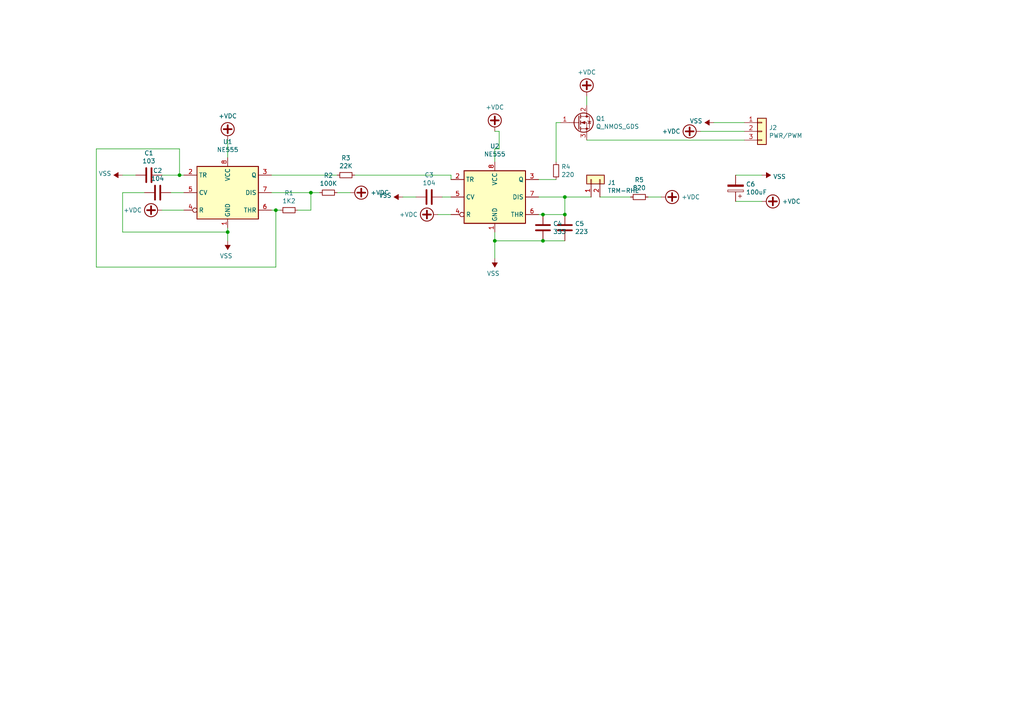
<source format=kicad_sch>
(kicad_sch (version 20211123) (generator eeschema)
  (paper "A4")
  (lib_symbols
    (symbol "Connector_Generic:Conn_01x02" (pin_names (offset 1.016) hide)
      (property "Reference" "J" (at 0 2.54 0))
      (property "Value" "Conn_01x02" (at 0 -5.08 0))
      (symbol "Conn_01x02_1_1"
        (rectangle (start -1.27 -2.413) (end 0 -2.667) (stroke (width 0.1524)))
        (rectangle (start -1.27 0.127) (end 0 -0.127) (stroke (width 0.1524)))
        (rectangle (start -1.27 1.27) (end 1.27 -3.81) (stroke (width 0.254)) (fill (type background)))
        (pin passive line (at -5.08 0 0) (length 3.81) (name "Pin_1") (number "1"))
        (pin passive line (at -5.08 -2.54 0) (length 3.81) (name "Pin_2") (number "2"))
      )
    )
    (symbol "Connector_Generic:Conn_01x03" (pin_names (offset 1.016) hide)
      (property "Reference" "J" (at 0 5.08 0))
      (property "Value" "Conn_01x03" (at 0 -5.08 0))
      (symbol "Conn_01x03_1_1"
        (rectangle (start -1.27 -2.413) (end 0 -2.667) (stroke (width 0.1524)))
        (rectangle (start -1.27 0.127) (end 0 -0.127) (stroke (width 0.1524)))
        (rectangle (start -1.27 2.667) (end 0 2.413) (stroke (width 0.1524)))
        (rectangle (start -1.27 3.81) (end 1.27 -3.81) (stroke (width 0.254)) (fill (type background)))
        (pin passive line (at -5.08 2.54 0) (length 3.81) (name "Pin_1") (number "1"))
        (pin passive line (at -5.08 0 0) (length 3.81) (name "Pin_2") (number "2"))
        (pin passive line (at -5.08 -2.54 0) (length 3.81) (name "Pin_3") (number "3"))
      )
    )
    (symbol "Device:C" (pin_numbers hide) (pin_names (offset 0.254))
      (property "Reference" "C" (at 0.635 2.54 0))
      (property "Value" "C" (at 0.635 -2.54 0))
      (symbol "C_0_1"
        (polyline (pts (xy -2.032 -0.762) (xy 2.032 -0.762)) (stroke (width 0.508)))
        (polyline (pts (xy -2.032 0.762) (xy 2.032 0.762)) (stroke (width 0.508)))
      )
      (symbol "C_1_1"
        (pin passive line (at 0 3.81 270) (length 2.794) (name "~") (number "1"))
        (pin passive line (at 0 -3.81 90) (length 2.794) (name "~") (number "2"))
      )
    )
    (symbol "Device:CP" (pin_numbers hide) (pin_names (offset 0.254))
      (property "Reference" "C" (at 0.635 2.54 0))
      (property "Value" "Device_CP" (at 0.635 -2.54 0))
      (symbol "CP_0_1"
        (rectangle (start -2.286 0.508) (end 2.286 1.016))
        (polyline (pts (xy -1.778 2.286) (xy -0.762 2.286)))
        (polyline (pts (xy -1.27 2.794) (xy -1.27 1.778)))
        (rectangle (start 2.286 -0.508) (end -2.286 -1.016) (fill (type outline)))
      )
      (symbol "CP_1_1"
        (pin passive line (at 0 3.81 270) (length 2.794) (name "~") (number "1"))
        (pin passive line (at 0 -3.81 90) (length 2.794) (name "~") (number "2"))
      )
    )
    (symbol "Device:Q_NMOS_GDS" (pin_names (offset 0) hide)
      (property "Reference" "Q" (at 5.08 1.27 0))
      (property "Value" "Q_NMOS_GDS" (at 5.08 -1.27 0))
      (symbol "Q_NMOS_GDS_0_1"
        (polyline (pts (xy 0.254 0) (xy -2.54 0)))
        (polyline (pts (xy 0.254 1.905) (xy 0.254 -1.905)) (stroke (width 0.254)))
        (polyline (pts (xy 0.762 -1.27) (xy 0.762 -2.286)) (stroke (width 0.254)))
        (polyline (pts (xy 0.762 0.508) (xy 0.762 -0.508)) (stroke (width 0.254)))
        (polyline (pts (xy 0.762 2.286) (xy 0.762 1.27)) (stroke (width 0.254)))
        (polyline (pts (xy 2.54 2.54) (xy 2.54 1.778)))
        (polyline (pts (xy 2.54 -2.54) (xy 2.54 0) (xy 0.762 0)))
        (polyline (pts (xy 0.762 -1.778) (xy 3.302 -1.778) (xy 3.302 1.778) (xy 0.762 1.778)))
        (polyline (pts (xy 1.016 0) (xy 2.032 0.381) (xy 2.032 -0.381) (xy 1.016 0)) (fill (type outline)))
        (polyline (pts (xy 2.794 0.508) (xy 2.921 0.381) (xy 3.683 0.381) (xy 3.81 0.254)))
        (polyline (pts (xy 3.302 0.381) (xy 2.921 -0.254) (xy 3.683 -0.254) (xy 3.302 0.381)))
        (circle (center 1.651 0) (radius 2.794) (stroke (width 0.254)))
        (circle (center 2.54 -1.778) (radius 0.254) (fill (type outline)))
        (circle (center 2.54 1.778) (radius 0.254) (fill (type outline)))
      )
      (symbol "Q_NMOS_GDS_1_1"
        (pin input line (at -5.08 0 0) (length 2.54) (name "G") (number "1"))
        (pin passive line (at 2.54 5.08 270) (length 2.54) (name "D") (number "2"))
        (pin passive line (at 2.54 -5.08 90) (length 2.54) (name "S") (number "3"))
      )
    )
    (symbol "Device:R_Small" (pin_numbers hide) (pin_names (offset 0.254) hide)
      (property "Reference" "R" (at 0.762 0.508 0))
      (property "Value" "R_Small" (at 0.762 -1.016 0))
      (symbol "R_Small_0_1"
        (rectangle (start -0.762 1.778) (end 0.762 -1.778) (stroke (width 0.2032)))
      )
      (symbol "R_Small_1_1"
        (pin passive line (at 0 2.54 270) (length 0.762) (name "~") (number "1"))
        (pin passive line (at 0 -2.54 90) (length 0.762) (name "~") (number "2"))
      )
    )
    (symbol "Timer:NE555"
      (property "Reference" "U" (at -10.16 8.89 0))
      (property "Value" "Timer_NE555" (at 2.54 8.89 0))
      (symbol "NE555_0_0"
        (pin power_in line (at 0 -10.16 90) (length 2.54) (name "GND") (number "1"))
        (pin power_in line (at 0 10.16 270) (length 2.54) (name "VCC") (number "8"))
      )
      (symbol "NE555_0_1"
        (rectangle (start -8.89 -7.62) (end 8.89 7.62) (stroke (width 0.254)) (fill (type background)))
        (rectangle (start -8.89 -7.62) (end 8.89 7.62) (stroke (width 0.254)) (fill (type background)))
      )
      (symbol "NE555_1_1"
        (pin input line (at -12.7 5.08 0) (length 3.81) (name "TR") (number "2"))
        (pin output line (at 12.7 5.08 180) (length 3.81) (name "Q") (number "3"))
        (pin input inverted (at -12.7 -5.08 0) (length 3.81) (name "R") (number "4"))
        (pin input line (at -12.7 0 0) (length 3.81) (name "CV") (number "5"))
        (pin input line (at 12.7 -5.08 180) (length 3.81) (name "THR") (number "6"))
        (pin input line (at 12.7 0 180) (length 3.81) (name "DIS") (number "7"))
      )
    )
    (symbol "power:+VDC" (power) (pin_names (offset 0))
      (property "Value" "+VDC" (at 0 6.35 0))
      (symbol "+VDC_0_1"
        (polyline (pts (xy -1.143 3.175) (xy 1.143 3.175)) (stroke (width 0.508)))
        (polyline (pts (xy 0 0) (xy 0 1.27)))
        (polyline (pts (xy 0 2.032) (xy 0 4.318)) (stroke (width 0.508)))
        (circle (center 0 3.175) (radius 1.905) (stroke (width 0.254)))
      )
      (symbol "+VDC_1_1"
        (pin power_in line (at 0 0 90) (length 0) hide (name "+VDC") (number "1"))
      )
    )
    (symbol "power:VSS" (power) (pin_names (offset 0))
      (property "Value" "VSS" (at 0 3.81 0))
      (symbol "VSS_0_1"
        (polyline (pts (xy 0 0) (xy 0 2.54)))
        (polyline (pts (xy 0.762 1.27) (xy -0.762 1.27) (xy 0 2.54) (xy 0.762 1.27)) (fill (type outline)))
      )
      (symbol "VSS_1_1"
        (pin power_in line (at 0 0 90) (length 0) hide (name "VSS") (number "1"))
      )
    )
  )
  (junction (at 163.83 57.15))
  (junction (at 90.17 55.88))
  (junction (at 157.48 62.23))
  (junction (at 157.48 69.85))
  (junction (at 52.07 50.8))
  (junction (at 80.01 60.96))
  (junction (at 163.83 62.23))
  (junction (at 66.04 67.31))
  (junction (at 143.51 69.85))
  (wire (pts (xy 66.04 67.31) (xy 66.04 66.04)))
  (wire (pts (xy 170.18 40.64) (xy 215.9 40.64)))
  (wire (pts (xy 144.78 43.18) (xy 144.78 38.1)))
  (wire (pts (xy 52.07 50.8) (xy 53.34 50.8)))
  (wire (pts (xy 130.81 50.8) (xy 102.87 50.8)))
  (wire (pts (xy 143.51 69.85) (xy 157.48 69.85)))
  (wire (pts (xy 80.01 77.47) (xy 80.01 60.96)))
  (wire (pts (xy 90.17 60.96) (xy 90.17 55.88)))
  (wire (pts (xy 156.21 52.07) (xy 161.29 52.07)))
  (wire (pts (xy 35.56 67.31) (xy 35.56 55.88)))
  (wire (pts (xy 144.78 43.18) (xy 143.51 43.18)))
  (wire (pts (xy 86.36 60.96) (xy 90.17 60.96)))
  (wire (pts (xy 90.17 55.88) (xy 92.71 55.88)))
  (wire (pts (xy 80.01 60.96) (xy 78.74 60.96)))
  (wire (pts (xy 127 62.23) (xy 130.81 62.23)))
  (wire (pts (xy 27.94 43.18) (xy 27.94 77.47)))
  (wire (pts (xy 203.2 38.1) (xy 215.9 38.1)))
  (wire (pts (xy 143.51 43.18) (xy 143.51 46.99)))
  (wire (pts (xy 213.36 58.42) (xy 220.98 58.42)))
  (wire (pts (xy 170.18 30.48) (xy 170.18 27.94)))
  (wire (pts (xy 220.98 50.8) (xy 213.36 50.8)))
  (wire (pts (xy 156.21 57.15) (xy 163.83 57.15)))
  (wire (pts (xy 66.04 67.31) (xy 35.56 67.31)))
  (wire (pts (xy 46.99 60.96) (xy 53.34 60.96)))
  (wire (pts (xy 52.07 50.8) (xy 52.07 43.18)))
  (wire (pts (xy 78.74 55.88) (xy 90.17 55.88)))
  (wire (pts (xy 161.29 46.99) (xy 161.29 35.56)))
  (wire (pts (xy 173.99 57.15) (xy 182.88 57.15)))
  (wire (pts (xy 81.28 60.96) (xy 80.01 60.96)))
  (wire (pts (xy 143.51 67.31) (xy 143.51 69.85)))
  (wire (pts (xy 130.81 52.07) (xy 130.81 50.8)))
  (wire (pts (xy 207.01 35.56) (xy 215.9 35.56)))
  (wire (pts (xy 163.83 62.23) (xy 163.83 57.15)))
  (wire (pts (xy 144.78 38.1) (xy 143.51 38.1)))
  (wire (pts (xy 52.07 43.18) (xy 27.94 43.18)))
  (wire (pts (xy 35.56 55.88) (xy 41.91 55.88)))
  (wire (pts (xy 46.99 50.8) (xy 52.07 50.8)))
  (wire (pts (xy 66.04 69.85) (xy 66.04 67.31)))
  (wire (pts (xy 78.74 50.8) (xy 97.79 50.8)))
  (wire (pts (xy 27.94 77.47) (xy 80.01 77.47)))
  (wire (pts (xy 163.83 57.15) (xy 171.45 57.15)))
  (wire (pts (xy 157.48 62.23) (xy 163.83 62.23)))
  (wire (pts (xy 49.53 55.88) (xy 53.34 55.88)))
  (wire (pts (xy 66.04 45.72) (xy 66.04 40.64)))
  (wire (pts (xy 97.79 55.88) (xy 101.6 55.88)))
  (wire (pts (xy 116.84 57.15) (xy 120.65 57.15)))
  (wire (pts (xy 156.21 62.23) (xy 157.48 62.23)))
  (wire (pts (xy 128.27 57.15) (xy 130.81 57.15)))
  (wire (pts (xy 161.29 35.56) (xy 162.56 35.56)))
  (wire (pts (xy 143.51 69.85) (xy 143.51 74.93)))
  (wire (pts (xy 157.48 69.85) (xy 163.83 69.85)))
  (wire (pts (xy 191.77 57.15) (xy 187.96 57.15)))
  (wire (pts (xy 35.56 50.8) (xy 39.37 50.8)))
  (symbol (lib_id "Timer:NE555") (at 66.04 55.88 0) (unit 1)
    (property "Reference" "U1" (at 66.04 41.1226 0))
    (property "Value" "NE555" (at 66.04 43.434 0))
    (property "Footprint" "Package_DIP:DIP-8_W7.62mm" (effects hide))
    (property "Datasheet" "http://www.ti.com/lit/ds/symlink/ne555.pdf" (effects hide))
  )
  (symbol (lib_id "Timer:NE555") (at 143.51 57.15 0) (unit 1)
    (property "Reference" "U2" (at 143.51 42.3926 0))
    (property "Value" "NE555" (at 143.51 44.704 0))
    (property "Footprint" "Package_DIP:DIP-8_W7.62mm" (effects hide))
    (property "Datasheet" "http://www.ti.com/lit/ds/symlink/ne555.pdf" (effects hide))
  )
  (symbol (lib_id "Device:R_Small") (at 95.25 55.88 270) (unit 1)
    (property "Reference" "R2" (at 95.25 50.9016 90))
    (property "Value" "100K" (at 95.25 53.213 90))
    (property "Footprint" "Resistor_THT:R_Axial_DIN0207_L6.3mm_D2.5mm_P7.62mm_Horizontal" (effects hide))
  )
  (symbol (lib_id "Device:C") (at 43.18 50.8 270) (unit 1)
    (property "Reference" "C1" (at 43.18 44.3992 90))
    (property "Value" "103" (at 43.18 46.7106 90))
    (property "Footprint" "Capacitor_THT:C_Disc_D4.3mm_W1.9mm_P5.00mm" (effects hide))
  )
  (symbol (lib_id "Device:Q_NMOS_GDS") (at 167.64 35.56 0) (unit 1)
    (property "Reference" "Q1" (at 172.8216 34.3916 0) (effects (justify left)))
    (property "Value" "Q_NMOS_GDS" (at 172.8216 36.703 0) (effects (justify left)))
    (property "Footprint" "Package_TO_SOT_THT:TO-220-3_Vertical" (effects hide))
  )
  (symbol (lib_id "Device:CP") (at 213.36 54.61 180) (unit 1)
    (property "Reference" "C6" (at 216.3572 53.4416 0) (effects (justify right)))
    (property "Value" "100uF" (at 216.3572 55.753 0) (effects (justify right)))
    (property "Footprint" "Capacitor_THT:C_Radial_D8.0mm_H7.0mm_P3.50mm" (effects hide))
  )
  (symbol (lib_id "power:+VDC") (at 170.18 27.94 0) (unit 1)
    (property "Reference" "#PWR09" (effects hide))
    (property "Value" "+VDC" (at 170.18 20.955 0))
  )
  (symbol (lib_id "power:VSS") (at 116.84 57.15 90) (unit 1)
    (property "Reference" "#PWR06" (effects hide))
    (property "Value" "VSS" (at 113.5888 56.6928 90) (effects (justify left)))
  )
  (symbol (lib_id "Device:R_Small") (at 83.82 60.96 270) (unit 1)
    (property "Reference" "R1" (at 83.82 55.9816 90))
    (property "Value" "1K2" (at 83.82 58.293 90))
    (property "Footprint" "Resistor_THT:R_Axial_DIN0207_L6.3mm_D2.5mm_P7.62mm_Horizontal" (effects hide))
  )
  (symbol (lib_id "Device:C") (at 45.72 55.88 270) (unit 1)
    (property "Reference" "C2" (at 45.72 49.4792 90))
    (property "Value" "104" (at 45.72 51.7906 90))
    (property "Footprint" "Capacitor_THT:C_Disc_D4.3mm_W1.9mm_P5.00mm" (effects hide))
  )
  (symbol (lib_id "power:+VDC") (at 46.99 60.96 90) (unit 1)
    (property "Reference" "#PWR02" (effects hide))
    (property "Value" "+VDC" (at 41.1734 60.96 90) (effects (justify left)))
  )
  (symbol (lib_id "power:VSS") (at 66.04 69.85 180) (unit 1)
    (property "Reference" "#PWR04" (effects hide))
    (property "Value" "VSS" (at 65.5828 74.2442 0))
  )
  (symbol (lib_id "power:+VDC") (at 66.04 40.64 0) (unit 1)
    (property "Reference" "#PWR03" (effects hide))
    (property "Value" "+VDC" (at 66.04 33.655 0))
  )
  (symbol (lib_id "power:+VDC") (at 101.6 55.88 270) (unit 1)
    (property "Reference" "#PWR05" (effects hide))
    (property "Value" "+VDC" (at 107.442 55.88 90) (effects (justify left)))
  )
  (symbol (lib_id "power:VSS") (at 35.56 50.8 90) (unit 1)
    (property "Reference" "#PWR01" (effects hide))
    (property "Value" "VSS" (at 32.3088 50.3428 90) (effects (justify left)))
  )
  (symbol (lib_id "Device:C") (at 124.46 57.15 270) (unit 1)
    (property "Reference" "C3" (at 124.46 50.7492 90))
    (property "Value" "104" (at 124.46 53.0606 90))
    (property "Footprint" "Capacitor_THT:C_Disc_D4.3mm_W1.9mm_P5.00mm" (effects hide))
  )
  (symbol (lib_id "power:+VDC") (at 127 62.23 90) (unit 1)
    (property "Reference" "#PWR07" (effects hide))
    (property "Value" "+VDC" (at 121.1834 62.23 90) (effects (justify left)))
  )
  (symbol (lib_id "power:VSS") (at 143.51 74.93 180) (unit 1)
    (property "Reference" "#PWR08" (effects hide))
    (property "Value" "VSS" (at 143.0528 79.3242 0))
  )
  (symbol (lib_id "Device:R_Small") (at 100.33 50.8 270) (unit 1)
    (property "Reference" "R3" (at 100.33 45.8216 90))
    (property "Value" "22K" (at 100.33 48.133 90))
    (property "Footprint" "Resistor_THT:R_Axial_DIN0207_L6.3mm_D2.5mm_P7.62mm_Horizontal" (effects hide))
  )
  (symbol (lib_id "Device:R_Small") (at 185.42 57.15 270) (unit 1)
    (property "Reference" "R5" (at 185.42 52.1716 90))
    (property "Value" "820" (at 185.42 54.483 90))
    (property "Footprint" "Resistor_THT:R_Axial_DIN0207_L6.3mm_D2.5mm_P7.62mm_Horizontal" (effects hide))
  )
  (symbol (lib_id "Connector_Generic:Conn_01x02") (at 171.45 52.07 90) (unit 1)
    (property "Reference" "J1" (at 176.2252 52.9844 90) (effects (justify right)))
    (property "Value" "TRM-RHE" (at 176.2252 55.2958 90) (effects (justify right)))
    (property "Footprint" "Connector_PinHeader_2.54mm:PinHeader_1x02_P2.54mm_Vertical" (effects hide))
  )
  (symbol (lib_id "power:+VDC") (at 191.77 57.15 270) (unit 1)
    (property "Reference" "#PWR010" (effects hide))
    (property "Value" "+VDC" (at 197.612 57.15 90) (effects (justify left)))
  )
  (symbol (lib_id "Device:C") (at 157.48 66.04 180) (unit 1)
    (property "Reference" "C4" (at 160.401 64.8716 0) (effects (justify right)))
    (property "Value" "333" (at 160.401 67.183 0) (effects (justify right)))
    (property "Footprint" "Capacitor_THT:C_Disc_D4.3mm_W1.9mm_P5.00mm" (effects hide))
  )
  (symbol (lib_id "Device:C") (at 163.83 66.04 180) (unit 1)
    (property "Reference" "C5" (at 166.751 64.8716 0) (effects (justify right)))
    (property "Value" "223" (at 166.751 67.183 0) (effects (justify right)))
    (property "Footprint" "Capacitor_THT:C_Disc_D4.3mm_W1.9mm_P5.00mm" (effects hide))
  )
  (symbol (lib_id "Device:R_Small") (at 161.29 49.53 180) (unit 1)
    (property "Reference" "R4" (at 162.7886 48.3616 0) (effects (justify right)))
    (property "Value" "220" (at 162.7886 50.673 0) (effects (justify right)))
    (property "Footprint" "Resistor_THT:R_Axial_DIN0207_L6.3mm_D2.5mm_P7.62mm_Horizontal" (effects hide))
  )
  (symbol (lib_id "power:+VDC") (at 220.98 58.42 270) (unit 1)
    (property "Reference" "#PWR014" (effects hide))
    (property "Value" "+VDC" (at 226.822 58.42 90) (effects (justify left)))
  )
  (symbol (lib_id "power:VSS") (at 220.98 50.8 270) (unit 1)
    (property "Reference" "#PWR013" (effects hide))
    (property "Value" "VSS" (at 224.2312 51.2318 90) (effects (justify left)))
  )
  (symbol (lib_id "Connector_Generic:Conn_01x03") (at 220.98 38.1 0) (unit 1)
    (property "Reference" "J2" (at 223.012 37.0332 0) (effects (justify left)))
    (property "Value" "PWR/PWM" (at 223.012 39.3446 0) (effects (justify left)))
    (property "Footprint" "Connector_PinHeader_2.54mm:PinHeader_1x03_P2.54mm_Vertical" (effects hide))
  )
  (symbol (lib_id "power:VSS") (at 207.01 35.56 90) (unit 1)
    (property "Reference" "#PWR012" (effects hide))
    (property "Value" "VSS" (at 203.7588 35.1028 90) (effects (justify left)))
  )
  (symbol (lib_id "power:+VDC") (at 203.2 38.1 90) (unit 1)
    (property "Reference" "#PWR011" (effects hide))
    (property "Value" "+VDC" (at 197.3834 38.1 90) (effects (justify left)))
  )
  (symbol (lib_id "power:+VDC") (at 143.51 38.1 0) (unit 1)
    (property "Reference" "#PWR0101" (effects hide))
    (property "Value" "+VDC" (at 143.51 31.115 0))
  )
)
</source>
